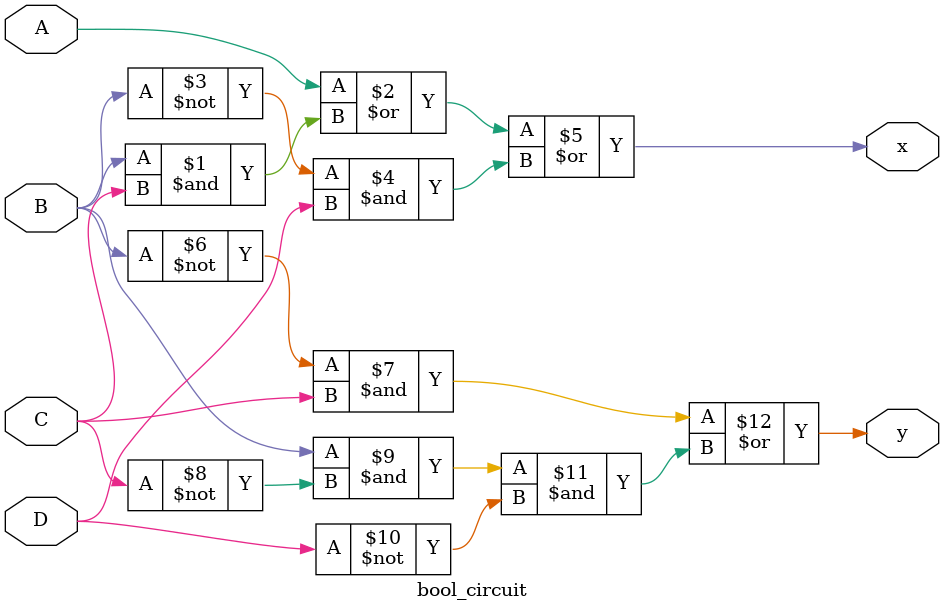
<source format=v>

module bool_circuit (x,y,A,B,C,D);
    input A,B,C,D;
    output x,y;

    /*  &: compuerta and 
        |: compuerta OR
        ~: not 
    */
    assign x = A | (B & C) | (~B & D);
    assign y = (~B & C) | (B & ~C & ~D);

endmodule
</source>
